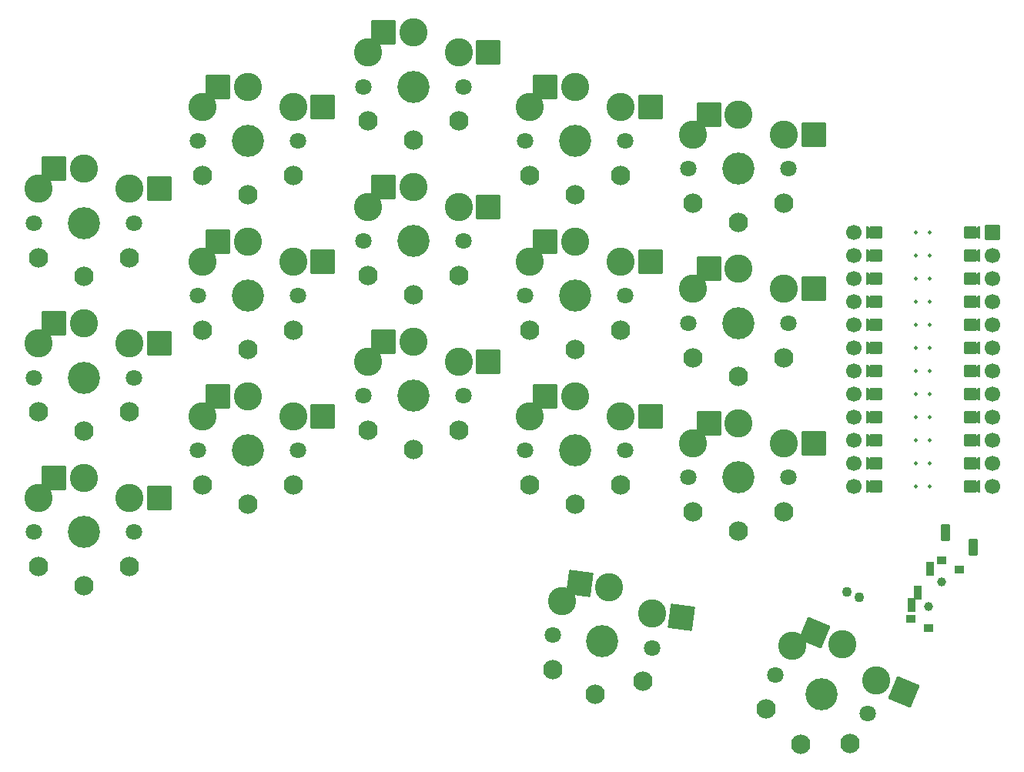
<source format=gbr>
%TF.GenerationSoftware,KiCad,Pcbnew,(6.0.8)*%
%TF.CreationDate,2022-12-27T02:43:28+02:00*%
%TF.ProjectId,lazy_ferris-rounded_final,6c617a79-5f66-4657-9272-69732d726f75,v1.0.0*%
%TF.SameCoordinates,Original*%
%TF.FileFunction,Soldermask,Bot*%
%TF.FilePolarity,Negative*%
%FSLAX46Y46*%
G04 Gerber Fmt 4.6, Leading zero omitted, Abs format (unit mm)*
G04 Created by KiCad (PCBNEW (6.0.8)) date 2022-12-27 02:43:28*
%MOMM*%
%LPD*%
G01*
G04 APERTURE LIST*
G04 Aperture macros list*
%AMRoundRect*
0 Rectangle with rounded corners*
0 $1 Rounding radius*
0 $2 $3 $4 $5 $6 $7 $8 $9 X,Y pos of 4 corners*
0 Add a 4 corners polygon primitive as box body*
4,1,4,$2,$3,$4,$5,$6,$7,$8,$9,$2,$3,0*
0 Add four circle primitives for the rounded corners*
1,1,$1+$1,$2,$3*
1,1,$1+$1,$4,$5*
1,1,$1+$1,$6,$7*
1,1,$1+$1,$8,$9*
0 Add four rect primitives between the rounded corners*
20,1,$1+$1,$2,$3,$4,$5,0*
20,1,$1+$1,$4,$5,$6,$7,0*
20,1,$1+$1,$6,$7,$8,$9,0*
20,1,$1+$1,$8,$9,$2,$3,0*%
%AMFreePoly0*
4,1,14,0.635355,0.435355,0.650000,0.400000,0.650000,0.200000,0.635355,0.164645,0.035355,-0.435355,0.000000,-0.450000,-0.035355,-0.435355,-0.635355,0.164645,-0.650000,0.200000,-0.650000,0.400000,-0.635355,0.435355,-0.600000,0.450000,0.600000,0.450000,0.635355,0.435355,0.635355,0.435355,$1*%
%AMFreePoly1*
4,1,16,0.635355,1.035355,0.650000,1.000000,0.650000,-0.250000,0.635355,-0.285355,0.600000,-0.300000,-0.600000,-0.300000,-0.635355,-0.285355,-0.650000,-0.250000,-0.650000,1.000000,-0.635355,1.035355,-0.600000,1.050000,-0.564645,1.035355,0.000000,0.470710,0.564645,1.035355,0.600000,1.050000,0.635355,1.035355,0.635355,1.035355,$1*%
G04 Aperture macros list end*
%ADD10C,0.250000*%
%ADD11C,0.100000*%
%ADD12C,1.100000*%
%ADD13RoundRect,0.050000X-0.500000X-0.400000X0.500000X-0.400000X0.500000X0.400000X-0.500000X0.400000X0*%
%ADD14C,1.000000*%
%ADD15RoundRect,0.050000X-0.350000X-0.750000X0.350000X-0.750000X0.350000X0.750000X-0.350000X0.750000X0*%
%ADD16C,1.801800*%
%ADD17C,3.100000*%
%ADD18C,3.529000*%
%ADD19RoundRect,0.050000X-1.300000X-1.300000X1.300000X-1.300000X1.300000X1.300000X-1.300000X1.300000X0*%
%ADD20C,2.132000*%
%ADD21RoundRect,0.050000X-1.458562X-1.119194X1.119194X-1.458562X1.458562X1.119194X-1.119194X1.458562X0*%
%ADD22RoundRect,0.050000X-0.450000X-0.850000X0.450000X-0.850000X0.450000X0.850000X-0.450000X0.850000X0*%
%ADD23FreePoly0,270.000000*%
%ADD24C,1.700000*%
%ADD25FreePoly0,90.000000*%
%ADD26RoundRect,0.050000X-0.800000X0.800000X-0.800000X-0.800000X0.800000X-0.800000X0.800000X0.800000X0*%
%ADD27FreePoly1,90.000000*%
%ADD28FreePoly1,270.000000*%
%ADD29RoundRect,0.050000X-1.698532X-0.703555X0.703555X-1.698532X1.698532X0.703555X-0.703555X1.698532X0*%
G04 APERTURE END LIST*
D10*
%TO.C,MCU1*%
X111137000Y7570000D02*
G75*
G03*
X111137000Y7570000I-125000J0D01*
G01*
X111137000Y5030000D02*
G75*
G03*
X111137000Y5030000I-125000J0D01*
G01*
X111137000Y27890000D02*
G75*
G03*
X111137000Y27890000I-125000J0D01*
G01*
X111137000Y10110000D02*
G75*
G03*
X111137000Y10110000I-125000J0D01*
G01*
X109613000Y17730000D02*
G75*
G03*
X109613000Y17730000I-125000J0D01*
G01*
X109613000Y20270000D02*
G75*
G03*
X109613000Y20270000I-125000J0D01*
G01*
X111137000Y20270000D02*
G75*
G03*
X111137000Y20270000I-125000J0D01*
G01*
X109613000Y32970000D02*
G75*
G03*
X109613000Y32970000I-125000J0D01*
G01*
X109613000Y22810000D02*
G75*
G03*
X109613000Y22810000I-125000J0D01*
G01*
X111137000Y32970000D02*
G75*
G03*
X111137000Y32970000I-125000J0D01*
G01*
X109613000Y10110000D02*
G75*
G03*
X109613000Y10110000I-125000J0D01*
G01*
X111137000Y30430000D02*
G75*
G03*
X111137000Y30430000I-125000J0D01*
G01*
X109613000Y7570000D02*
G75*
G03*
X109613000Y7570000I-125000J0D01*
G01*
X109613000Y15190000D02*
G75*
G03*
X109613000Y15190000I-125000J0D01*
G01*
X111137000Y25350000D02*
G75*
G03*
X111137000Y25350000I-125000J0D01*
G01*
X109613000Y25350000D02*
G75*
G03*
X109613000Y25350000I-125000J0D01*
G01*
X109613000Y30430000D02*
G75*
G03*
X109613000Y30430000I-125000J0D01*
G01*
X111137000Y15190000D02*
G75*
G03*
X111137000Y15190000I-125000J0D01*
G01*
X111137000Y17730000D02*
G75*
G03*
X111137000Y17730000I-125000J0D01*
G01*
X111137000Y12650000D02*
G75*
G03*
X111137000Y12650000I-125000J0D01*
G01*
X109613000Y5030000D02*
G75*
G03*
X109613000Y5030000I-125000J0D01*
G01*
X109613000Y27890000D02*
G75*
G03*
X109613000Y27890000I-125000J0D01*
G01*
X111137000Y22810000D02*
G75*
G03*
X111137000Y22810000I-125000J0D01*
G01*
X109613000Y12650000D02*
G75*
G03*
X109613000Y12650000I-125000J0D01*
G01*
G36*
X116346000Y14682000D02*
G01*
X115330000Y14682000D01*
X115330000Y15698000D01*
X116346000Y15698000D01*
X116346000Y14682000D01*
G37*
D11*
X116346000Y14682000D02*
X115330000Y14682000D01*
X115330000Y15698000D01*
X116346000Y15698000D01*
X116346000Y14682000D01*
G36*
X116346000Y22302000D02*
G01*
X115330000Y22302000D01*
X115330000Y23318000D01*
X116346000Y23318000D01*
X116346000Y22302000D01*
G37*
X116346000Y22302000D02*
X115330000Y22302000D01*
X115330000Y23318000D01*
X116346000Y23318000D01*
X116346000Y22302000D01*
G36*
X105170000Y24842000D02*
G01*
X104154000Y24842000D01*
X104154000Y25858000D01*
X105170000Y25858000D01*
X105170000Y24842000D01*
G37*
X105170000Y24842000D02*
X104154000Y24842000D01*
X104154000Y25858000D01*
X105170000Y25858000D01*
X105170000Y24842000D01*
G36*
X105170000Y27382000D02*
G01*
X104154000Y27382000D01*
X104154000Y28398000D01*
X105170000Y28398000D01*
X105170000Y27382000D01*
G37*
X105170000Y27382000D02*
X104154000Y27382000D01*
X104154000Y28398000D01*
X105170000Y28398000D01*
X105170000Y27382000D01*
G36*
X105170000Y29922000D02*
G01*
X104154000Y29922000D01*
X104154000Y30938000D01*
X105170000Y30938000D01*
X105170000Y29922000D01*
G37*
X105170000Y29922000D02*
X104154000Y29922000D01*
X104154000Y30938000D01*
X105170000Y30938000D01*
X105170000Y29922000D01*
G36*
X105170000Y22302000D02*
G01*
X104154000Y22302000D01*
X104154000Y23318000D01*
X105170000Y23318000D01*
X105170000Y22302000D01*
G37*
X105170000Y22302000D02*
X104154000Y22302000D01*
X104154000Y23318000D01*
X105170000Y23318000D01*
X105170000Y22302000D01*
G36*
X105170000Y32462000D02*
G01*
X104154000Y32462000D01*
X104154000Y33478000D01*
X105170000Y33478000D01*
X105170000Y32462000D01*
G37*
X105170000Y32462000D02*
X104154000Y32462000D01*
X104154000Y33478000D01*
X105170000Y33478000D01*
X105170000Y32462000D01*
G36*
X116346000Y32462000D02*
G01*
X115330000Y32462000D01*
X115330000Y33478000D01*
X116346000Y33478000D01*
X116346000Y32462000D01*
G37*
X116346000Y32462000D02*
X115330000Y32462000D01*
X115330000Y33478000D01*
X116346000Y33478000D01*
X116346000Y32462000D01*
G36*
X105170000Y19762000D02*
G01*
X104154000Y19762000D01*
X104154000Y20778000D01*
X105170000Y20778000D01*
X105170000Y19762000D01*
G37*
X105170000Y19762000D02*
X104154000Y19762000D01*
X104154000Y20778000D01*
X105170000Y20778000D01*
X105170000Y19762000D01*
G36*
X105170000Y4522000D02*
G01*
X104154000Y4522000D01*
X104154000Y5538000D01*
X105170000Y5538000D01*
X105170000Y4522000D01*
G37*
X105170000Y4522000D02*
X104154000Y4522000D01*
X104154000Y5538000D01*
X105170000Y5538000D01*
X105170000Y4522000D01*
G36*
X116346000Y7062000D02*
G01*
X115330000Y7062000D01*
X115330000Y8078000D01*
X116346000Y8078000D01*
X116346000Y7062000D01*
G37*
X116346000Y7062000D02*
X115330000Y7062000D01*
X115330000Y8078000D01*
X116346000Y8078000D01*
X116346000Y7062000D01*
G36*
X116346000Y17222000D02*
G01*
X115330000Y17222000D01*
X115330000Y18238000D01*
X116346000Y18238000D01*
X116346000Y17222000D01*
G37*
X116346000Y17222000D02*
X115330000Y17222000D01*
X115330000Y18238000D01*
X116346000Y18238000D01*
X116346000Y17222000D01*
G36*
X105170000Y9602000D02*
G01*
X104154000Y9602000D01*
X104154000Y10618000D01*
X105170000Y10618000D01*
X105170000Y9602000D01*
G37*
X105170000Y9602000D02*
X104154000Y9602000D01*
X104154000Y10618000D01*
X105170000Y10618000D01*
X105170000Y9602000D01*
G36*
X105170000Y14682000D02*
G01*
X104154000Y14682000D01*
X104154000Y15698000D01*
X105170000Y15698000D01*
X105170000Y14682000D01*
G37*
X105170000Y14682000D02*
X104154000Y14682000D01*
X104154000Y15698000D01*
X105170000Y15698000D01*
X105170000Y14682000D01*
G36*
X105170000Y12142000D02*
G01*
X104154000Y12142000D01*
X104154000Y13158000D01*
X105170000Y13158000D01*
X105170000Y12142000D01*
G37*
X105170000Y12142000D02*
X104154000Y12142000D01*
X104154000Y13158000D01*
X105170000Y13158000D01*
X105170000Y12142000D01*
G36*
X116346000Y4522000D02*
G01*
X115330000Y4522000D01*
X115330000Y5538000D01*
X116346000Y5538000D01*
X116346000Y4522000D01*
G37*
X116346000Y4522000D02*
X115330000Y4522000D01*
X115330000Y5538000D01*
X116346000Y5538000D01*
X116346000Y4522000D01*
G36*
X105170000Y17222000D02*
G01*
X104154000Y17222000D01*
X104154000Y18238000D01*
X105170000Y18238000D01*
X105170000Y17222000D01*
G37*
X105170000Y17222000D02*
X104154000Y17222000D01*
X104154000Y18238000D01*
X105170000Y18238000D01*
X105170000Y17222000D01*
G36*
X116346000Y27382000D02*
G01*
X115330000Y27382000D01*
X115330000Y28398000D01*
X116346000Y28398000D01*
X116346000Y27382000D01*
G37*
X116346000Y27382000D02*
X115330000Y27382000D01*
X115330000Y28398000D01*
X116346000Y28398000D01*
X116346000Y27382000D01*
G36*
X116346000Y19762000D02*
G01*
X115330000Y19762000D01*
X115330000Y20778000D01*
X116346000Y20778000D01*
X116346000Y19762000D01*
G37*
X116346000Y19762000D02*
X115330000Y19762000D01*
X115330000Y20778000D01*
X116346000Y20778000D01*
X116346000Y19762000D01*
G36*
X116346000Y12142000D02*
G01*
X115330000Y12142000D01*
X115330000Y13158000D01*
X116346000Y13158000D01*
X116346000Y12142000D01*
G37*
X116346000Y12142000D02*
X115330000Y12142000D01*
X115330000Y13158000D01*
X116346000Y13158000D01*
X116346000Y12142000D01*
G36*
X116346000Y29922000D02*
G01*
X115330000Y29922000D01*
X115330000Y30938000D01*
X116346000Y30938000D01*
X116346000Y29922000D01*
G37*
X116346000Y29922000D02*
X115330000Y29922000D01*
X115330000Y30938000D01*
X116346000Y30938000D01*
X116346000Y29922000D01*
G36*
X116346000Y9602000D02*
G01*
X115330000Y9602000D01*
X115330000Y10618000D01*
X116346000Y10618000D01*
X116346000Y9602000D01*
G37*
X116346000Y9602000D02*
X115330000Y9602000D01*
X115330000Y10618000D01*
X116346000Y10618000D01*
X116346000Y9602000D01*
G36*
X105170000Y7062000D02*
G01*
X104154000Y7062000D01*
X104154000Y8078000D01*
X105170000Y8078000D01*
X105170000Y7062000D01*
G37*
X105170000Y7062000D02*
X104154000Y7062000D01*
X104154000Y8078000D01*
X105170000Y8078000D01*
X105170000Y7062000D01*
G36*
X116346000Y24842000D02*
G01*
X115330000Y24842000D01*
X115330000Y25858000D01*
X116346000Y25858000D01*
X116346000Y24842000D01*
G37*
X116346000Y24842000D02*
X115330000Y24842000D01*
X115330000Y25858000D01*
X116346000Y25858000D01*
X116346000Y24842000D01*
%TD*%
D12*
%TO.C,*%
X103264805Y-7127840D03*
X101878985Y-6553814D03*
%TD*%
D13*
%TO.C,*%
X114256131Y-4091427D03*
X110885366Y-10566606D03*
D14*
X110902414Y-8151609D03*
X112287659Y-5490577D03*
X110902414Y-8151609D03*
X112287659Y-5490577D03*
D13*
X108925072Y-9546142D03*
X112295837Y-3070963D03*
D15*
X111072832Y-4012641D03*
X109687586Y-6673674D03*
X108994963Y-8004190D03*
%TD*%
D16*
%TO.C,S11*%
X30500000Y43000000D03*
D17*
X31000000Y46750000D03*
X36000000Y48950000D03*
D18*
X36000000Y43000000D03*
D16*
X41500000Y43000000D03*
D17*
X41000000Y46750000D03*
X36000000Y48950000D03*
D19*
X32725000Y48950000D03*
X44275000Y46750000D03*
%TD*%
D16*
%TO.C,S6*%
X12500000Y34000000D03*
D18*
X18000000Y34000000D03*
D16*
X23500000Y34000000D03*
D20*
X23000000Y30200000D03*
X13000000Y30200000D03*
X18000000Y28100000D03*
X18000000Y28100000D03*
%TD*%
D16*
%TO.C,S2*%
X12500000Y0D03*
D18*
X18000000Y0D03*
D16*
X23500000Y0D03*
D20*
X23000000Y-3800000D03*
X13000000Y-3800000D03*
X18000000Y-5900000D03*
X18000000Y-5900000D03*
%TD*%
D16*
%TO.C,S28*%
X84500000Y23000000D03*
X95500000Y23000000D03*
D18*
X90000000Y23000000D03*
D20*
X85000000Y19200000D03*
X95000000Y19200000D03*
X90000000Y17100000D03*
X90000000Y17100000D03*
%TD*%
D17*
%TO.C,S1*%
X13000000Y3750000D03*
X18000000Y5950000D03*
D18*
X18000000Y0D03*
D17*
X18000000Y5950000D03*
D16*
X23500000Y0D03*
X12500000Y0D03*
D17*
X23000000Y3750000D03*
D19*
X14725000Y5950000D03*
X26275000Y3750000D03*
%TD*%
D17*
%TO.C,S31*%
X75776631Y-6100903D03*
D16*
X80452947Y-12717894D03*
X69547053Y-11282106D03*
D17*
X70532249Y-7629451D03*
D18*
X75000000Y-12000000D03*
D17*
X75776631Y-6100903D03*
X80446698Y-8934713D03*
D21*
X72529649Y-5673430D03*
X83693679Y-9362186D03*
%TD*%
D16*
%TO.C,S5*%
X23500000Y34000000D03*
X12500000Y34000000D03*
D17*
X18000000Y39950000D03*
X18000000Y39950000D03*
X23000000Y37750000D03*
X13000000Y37750000D03*
D18*
X18000000Y34000000D03*
D19*
X14725000Y39950000D03*
X26275000Y37750000D03*
%TD*%
D22*
%TO.C,*%
X112743788Y-69868D03*
X115759624Y-1639814D03*
%TD*%
D16*
%TO.C,S24*%
X66500000Y43000000D03*
D18*
X72000000Y43000000D03*
D16*
X77500000Y43000000D03*
D20*
X77000000Y39200000D03*
X67000000Y39200000D03*
X72000000Y37100000D03*
X72000000Y37100000D03*
%TD*%
D17*
%TO.C,S7*%
X36000000Y14950000D03*
D18*
X36000000Y9000000D03*
D16*
X41500000Y9000000D03*
X30500000Y9000000D03*
D17*
X36000000Y14950000D03*
X41000000Y12750000D03*
X31000000Y12750000D03*
D19*
X32725000Y14950000D03*
X44275000Y12750000D03*
%TD*%
D23*
%TO.C,MCU1*%
X116092000Y27890000D03*
D24*
X102630000Y12650000D03*
D23*
X116092000Y10110000D03*
D24*
X117870000Y15190000D03*
X102630000Y5030000D03*
D25*
X104408000Y7570000D03*
X104408000Y15190000D03*
D23*
X116092000Y25350000D03*
D24*
X117870000Y30430000D03*
X102630000Y25350000D03*
X102630000Y27890000D03*
D25*
X104408000Y20270000D03*
D24*
X117870000Y10110000D03*
D23*
X116092000Y30430000D03*
D25*
X104408000Y12650000D03*
D23*
X116092000Y15190000D03*
D24*
X117870000Y25350000D03*
D26*
X117870000Y32970000D03*
D24*
X102630000Y30430000D03*
X102630000Y20270000D03*
X102630000Y17730000D03*
X102630000Y32970000D03*
D23*
X116092000Y12650000D03*
D25*
X104408000Y17730000D03*
X104408000Y27890000D03*
X104408000Y30430000D03*
D23*
X116092000Y17730000D03*
D25*
X104408000Y10110000D03*
X104408000Y32970000D03*
D24*
X117870000Y12650000D03*
X117870000Y17730000D03*
X102630000Y15190000D03*
D25*
X104408000Y5030000D03*
D23*
X116092000Y5030000D03*
D24*
X117870000Y32970000D03*
D25*
X104408000Y22810000D03*
D24*
X117870000Y20270000D03*
D23*
X116092000Y20270000D03*
D25*
X104408000Y25350000D03*
D24*
X117870000Y22810000D03*
D23*
X116092000Y7570000D03*
D24*
X102630000Y22810000D03*
D23*
X116092000Y22810000D03*
X116092000Y32970000D03*
D24*
X102630000Y10110000D03*
X102630000Y7570000D03*
X117870000Y7570000D03*
X117870000Y27890000D03*
X117870000Y5030000D03*
D27*
X105424000Y32970000D03*
X105424000Y30430000D03*
X105424000Y27890000D03*
X105424000Y25350000D03*
X105424000Y22810000D03*
X105424000Y20270000D03*
X105424000Y17730000D03*
X105424000Y15190000D03*
X105424000Y12650000D03*
X105424000Y10110000D03*
X105424000Y7570000D03*
X105424000Y5030000D03*
D28*
X115076000Y5030000D03*
X115076000Y7570000D03*
X115076000Y10110000D03*
X115076000Y12650000D03*
X115076000Y15190000D03*
X115076000Y17730000D03*
X115076000Y20270000D03*
X115076000Y22810000D03*
X115076000Y25350000D03*
X115076000Y27890000D03*
X115076000Y30430000D03*
X115076000Y32970000D03*
%TD*%
D16*
%TO.C,S30*%
X95500000Y40000000D03*
X84500000Y40000000D03*
D18*
X90000000Y40000000D03*
D20*
X95000000Y36200000D03*
X85000000Y36200000D03*
X90000000Y34100000D03*
X90000000Y34100000D03*
%TD*%
D17*
%TO.C,S9*%
X36000000Y31950000D03*
D16*
X41500000Y26000000D03*
D17*
X36000000Y31950000D03*
D18*
X36000000Y26000000D03*
D16*
X30500000Y26000000D03*
D17*
X31000000Y29750000D03*
X41000000Y29750000D03*
D19*
X32725000Y31950000D03*
X44275000Y29750000D03*
%TD*%
D16*
%TO.C,S26*%
X84500000Y6000000D03*
D18*
X90000000Y6000000D03*
D16*
X95500000Y6000000D03*
D20*
X85000000Y2200000D03*
X95000000Y2200000D03*
X90000000Y100000D03*
X90000000Y100000D03*
%TD*%
D18*
%TO.C,S3*%
X18000000Y17000000D03*
D17*
X13000000Y20750000D03*
D16*
X12500000Y17000000D03*
D17*
X23000000Y20750000D03*
X18000000Y22950000D03*
X18000000Y22950000D03*
D16*
X23500000Y17000000D03*
D19*
X14725000Y22950000D03*
X26275000Y20750000D03*
%TD*%
D17*
%TO.C,S15*%
X54200000Y37950000D03*
D18*
X54200000Y32000000D03*
D17*
X59200000Y35750000D03*
D16*
X59700000Y32000000D03*
X48700000Y32000000D03*
D17*
X54200000Y37950000D03*
X49200000Y35750000D03*
D19*
X50925000Y37950000D03*
X62475000Y35750000D03*
%TD*%
D16*
%TO.C,S22*%
X77500000Y26000000D03*
D18*
X72000000Y26000000D03*
D16*
X66500000Y26000000D03*
D20*
X77000000Y22200000D03*
X67000000Y22200000D03*
X72000000Y20100000D03*
X72000000Y20100000D03*
%TD*%
D16*
%TO.C,S32*%
X69547053Y-11282106D03*
D18*
X75000000Y-12000000D03*
D16*
X80452947Y-12717894D03*
D20*
X69546776Y-15114860D03*
X79461225Y-16420121D03*
X74229895Y-17849525D03*
X74229895Y-17849525D03*
%TD*%
D17*
%TO.C,S23*%
X77000000Y46750000D03*
D18*
X72000000Y43000000D03*
D17*
X72000000Y48950000D03*
X67000000Y46750000D03*
X72000000Y48950000D03*
D16*
X66500000Y43000000D03*
X77500000Y43000000D03*
D19*
X68725000Y48950000D03*
X80275000Y46750000D03*
%TD*%
D16*
%TO.C,S12*%
X41500000Y43000000D03*
X30500000Y43000000D03*
D18*
X36000000Y43000000D03*
D20*
X41000000Y39200000D03*
X31000000Y39200000D03*
X36000000Y37100000D03*
X36000000Y37100000D03*
%TD*%
D18*
%TO.C,S4*%
X18000000Y17000000D03*
D16*
X23500000Y17000000D03*
X12500000Y17000000D03*
D20*
X23000000Y13200000D03*
X13000000Y13200000D03*
X18000000Y11100000D03*
X18000000Y11100000D03*
%TD*%
D16*
%TO.C,S18*%
X48700000Y49000000D03*
X59700000Y49000000D03*
D18*
X54200000Y49000000D03*
D20*
X59200000Y45200000D03*
X49200000Y45200000D03*
X54200000Y43100000D03*
X54200000Y43100000D03*
%TD*%
D18*
%TO.C,S25*%
X90000000Y6000000D03*
D17*
X90000000Y11950000D03*
X95000000Y9750000D03*
D16*
X84500000Y6000000D03*
X95500000Y6000000D03*
D17*
X90000000Y11950000D03*
X85000000Y9750000D03*
D19*
X86725000Y11950000D03*
X98275000Y9750000D03*
%TD*%
D18*
%TO.C,S16*%
X54200000Y32000000D03*
D16*
X48700000Y32000000D03*
X59700000Y32000000D03*
D20*
X59200000Y28200000D03*
X49200000Y28200000D03*
X54200000Y26100000D03*
X54200000Y26100000D03*
%TD*%
D17*
%TO.C,S13*%
X49200000Y18750000D03*
D16*
X59700000Y15000000D03*
D17*
X59200000Y18750000D03*
D18*
X54200000Y15000000D03*
D17*
X54200000Y20950000D03*
D16*
X48700000Y15000000D03*
D17*
X54200000Y20950000D03*
D19*
X50925000Y20950000D03*
X62475000Y18750000D03*
%TD*%
D17*
%TO.C,S17*%
X54200000Y54950000D03*
D16*
X48700000Y49000000D03*
D17*
X59200000Y52750000D03*
X54200000Y54950000D03*
D16*
X59700000Y49000000D03*
D18*
X54200000Y49000000D03*
D17*
X49200000Y52750000D03*
D19*
X50925000Y54950000D03*
X62475000Y52750000D03*
%TD*%
D17*
%TO.C,S21*%
X77000000Y29750000D03*
X72000000Y31950000D03*
D16*
X66500000Y26000000D03*
X77500000Y26000000D03*
D17*
X72000000Y31950000D03*
D18*
X72000000Y26000000D03*
D17*
X67000000Y29750000D03*
D19*
X68725000Y31950000D03*
X80275000Y29750000D03*
%TD*%
D17*
%TO.C,S29*%
X90000000Y45950000D03*
D16*
X95500000Y40000000D03*
D17*
X95000000Y43750000D03*
D18*
X90000000Y40000000D03*
D17*
X85000000Y43750000D03*
D16*
X84500000Y40000000D03*
D17*
X90000000Y45950000D03*
D19*
X86725000Y45950000D03*
X98275000Y43750000D03*
%TD*%
D16*
%TO.C,S20*%
X66500000Y9000000D03*
D18*
X72000000Y9000000D03*
D16*
X77500000Y9000000D03*
D20*
X67000000Y5200000D03*
X77000000Y5200000D03*
X72000000Y3100000D03*
X72000000Y3100000D03*
%TD*%
D16*
%TO.C,S14*%
X59700000Y15000000D03*
D18*
X54200000Y15000000D03*
D16*
X48700000Y15000000D03*
D20*
X49200000Y11200000D03*
X59200000Y11200000D03*
X54200000Y9100000D03*
X54200000Y9100000D03*
%TD*%
D18*
%TO.C,S34*%
X99094915Y-17848125D03*
D16*
X94013578Y-15743366D03*
X104176252Y-19952884D03*
D20*
X93021320Y-19445450D03*
X102260116Y-23272284D03*
X96837083Y-23299014D03*
X96837083Y-23299014D03*
%TD*%
D17*
%TO.C,S19*%
X67000000Y12750000D03*
D16*
X77500000Y9000000D03*
D17*
X72000000Y14950000D03*
D16*
X66500000Y9000000D03*
D17*
X72000000Y14950000D03*
D18*
X72000000Y9000000D03*
D17*
X77000000Y12750000D03*
D19*
X68725000Y14950000D03*
X80275000Y12750000D03*
%TD*%
D17*
%TO.C,S27*%
X90000000Y28950000D03*
D16*
X95500000Y23000000D03*
D17*
X95000000Y26750000D03*
D16*
X84500000Y23000000D03*
D17*
X90000000Y28950000D03*
D18*
X90000000Y23000000D03*
D17*
X85000000Y26750000D03*
D19*
X86725000Y28950000D03*
X98275000Y26750000D03*
%TD*%
D16*
%TO.C,S10*%
X41500000Y26000000D03*
X30500000Y26000000D03*
D18*
X36000000Y26000000D03*
D20*
X41000000Y22200000D03*
X31000000Y22200000D03*
X36000000Y20100000D03*
X36000000Y20100000D03*
%TD*%
D17*
%TO.C,S33*%
X101371881Y-12351042D03*
D16*
X94013578Y-15743366D03*
D17*
X95910580Y-12470160D03*
X101371881Y-12351042D03*
D18*
X99094915Y-17848125D03*
D17*
X105149376Y-16296994D03*
D16*
X104176252Y-19952884D03*
D29*
X98346176Y-11097754D03*
X108175081Y-17550282D03*
%TD*%
D16*
%TO.C,S8*%
X41500000Y9000000D03*
D18*
X36000000Y9000000D03*
D16*
X30500000Y9000000D03*
D20*
X31000000Y5200000D03*
X41000000Y5200000D03*
X36000000Y3100000D03*
X36000000Y3100000D03*
%TD*%
M02*

</source>
